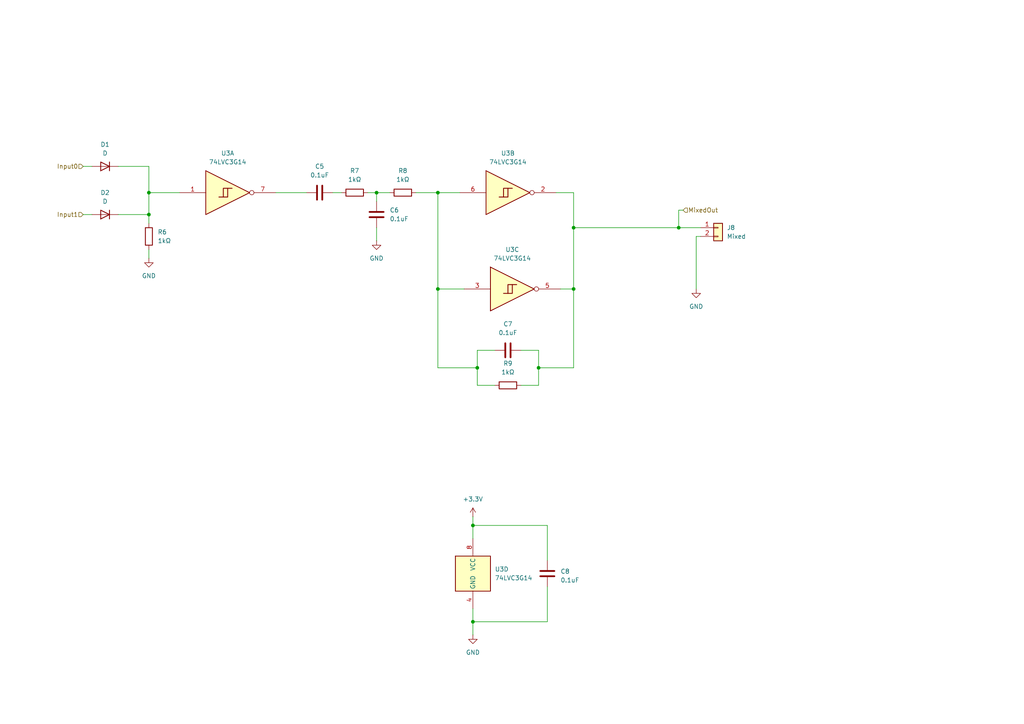
<source format=kicad_sch>
(kicad_sch (version 20250114) (generator "eeschema") (generator_version "9.0")
  (paper "A4")
  (lib_symbols
    (symbol "74xGxx:74LVC3G14"
      (property "Reference" "U" (at -2.54 7.62 0))
      (property "Value" "74LVC3G14" (at 2.54 -7.62 0))
      (symbol "74LVC3G14_1_1"
        (polyline (pts (xy -7.62 6.35) (xy -7.62 -6.35) (xy 5.08 0) (xy -7.62 6.35)) (stroke (width 0.254)) (fill (type background)))
        (polyline (pts (xy -3.81 -1.27) (xy -2.54 -1.27) (xy -2.54 1.27) (xy 0 1.27)) (stroke (width 0.254)) (fill (type background)))
        (polyline (pts (xy -2.54 -1.27) (xy -1.27 -1.27) (xy -1.27 1.27)) (stroke (width 0.254)) (fill (type background)))
        (pin input line (at -15.24 0 0) (length 7.62) (name "~") (number "1"))
        (pin output inverted (at 12.7 0 180) (length 7.62) (name "~") (number "7"))
      )
      (symbol "74LVC3G14_2_1"
        (polyline (pts (xy -7.62 6.35) (xy -7.62 -6.35) (xy 5.08 0) (xy -7.62 6.35)) (stroke (width 0.254)) (fill (type background)))
        (polyline (pts (xy -3.81 -1.27) (xy -2.54 -1.27) (xy -2.54 1.27) (xy 0 1.27)) (stroke (width 0.254)) (fill (type background)))
        (polyline (pts (xy -2.54 -1.27) (xy -1.27 -1.27) (xy -1.27 1.27)) (stroke (width 0.254)) (fill (type background)))
        (pin input line (at -15.24 0 0) (length 7.62) (name "~") (number "6"))
        (pin output inverted (at 12.7 0 180) (length 7.62) (name "~") (number "2"))
      )
      (symbol "74LVC3G14_3_1"
        (polyline (pts (xy -7.62 6.35) (xy -7.62 -6.35) (xy 5.08 0) (xy -7.62 6.35)) (stroke (width 0.254)) (fill (type background)))
        (polyline (pts (xy -3.81 -1.27) (xy -2.54 -1.27) (xy -2.54 1.27) (xy 0 1.27)) (stroke (width 0.254)) (fill (type background)))
        (polyline (pts (xy -2.54 -1.27) (xy -1.27 -1.27) (xy -1.27 1.27)) (stroke (width 0.254)) (fill (type background)))
        (pin input line (at -15.24 0 0) (length 7.62) (name "~") (number "3"))
        (pin output inverted (at 12.7 0 180) (length 7.62) (name "~") (number "5"))
      )
      (symbol "74LVC3G14_4_0"
        (rectangle (start -5.08 -5.08) (end 5.08 5.08) (stroke (width 0.254)) (fill (type background)))
      )
      (symbol "74LVC3G14_4_1"
        (pin power_in line (at 0 10.16 270) (length 5.08) (name "VCC") (number "8"))
        (pin power_in line (at 0 -10.16 90) (length 5.08) (name "GND") (number "4"))
      )
    )
    (symbol "Connector_Generic:Conn_01x02" (pin_names (offset 1.016) (hide yes))
      (property "Reference" "J" (at 0 2.54 0))
      (property "Value" "Conn_01x02" (at 0 -5.08 0))
      (symbol "Conn_01x02_1_1"
        (rectangle (start -1.27 1.27) (end 1.27 -3.81) (stroke (width 0.254)) (fill (type background)))
        (rectangle (start -1.27 0.127) (end 0 -0.127) (stroke (width 0.1524)))
        (rectangle (start -1.27 -2.413) (end 0 -2.667) (stroke (width 0.1524)))
        (pin passive line (at -5.08 0 0) (length 3.81) (name "Pin_1") (number "1"))
        (pin passive line (at -5.08 -2.54 0) (length 3.81) (name "Pin_2") (number "2"))
      )
    )
    (symbol "Device:C" (pin_numbers (hide yes)) (pin_names (offset 0.254))
      (property "Reference" "C" (at 0.635 2.54 0))
      (property "Value" "C" (at 0.635 -2.54 0))
      (symbol "C_0_1"
        (polyline (pts (xy -2.032 0.762) (xy 2.032 0.762)) (stroke (width 0.508)))
        (polyline (pts (xy -2.032 -0.762) (xy 2.032 -0.762)) (stroke (width 0.508)))
      )
      (symbol "C_1_1"
        (pin passive line (at 0 3.81 270) (length 2.794) (name "~") (number "1"))
        (pin passive line (at 0 -3.81 90) (length 2.794) (name "~") (number "2"))
      )
    )
    (symbol "Device:D" (pin_numbers (hide yes)) (pin_names (offset 1.016) (hide yes))
      (property "Reference" "D" (at 0 2.54 0))
      (property "Value" "D" (at 0 -2.54 0))
      (symbol "D_0_1"
        (polyline (pts (xy -1.27 1.27) (xy -1.27 -1.27)) (stroke (width 0.254)))
        (polyline (pts (xy 1.27 1.27) (xy 1.27 -1.27) (xy -1.27 0) (xy 1.27 1.27)) (stroke (width 0.254)))
        (polyline (pts (xy 1.27 0) (xy -1.27 0)))
      )
      (symbol "D_1_1"
        (pin passive line (at -3.81 0 0) (length 2.54) (name "K") (number "1"))
        (pin passive line (at 3.81 0 180) (length 2.54) (name "A") (number "2"))
      )
    )
    (symbol "Device:R" (pin_numbers (hide yes)) (pin_names (offset 0))
      (property "Reference" "R" (at 2.032 0 90))
      (property "Value" "R" (at 0 0 90))
      (symbol "R_0_1"
        (rectangle (start -1.016 -2.54) (end 1.016 2.54) (stroke (width 0.254)))
      )
      (symbol "R_1_1"
        (pin passive line (at 0 3.81 270) (length 1.27) (name "~") (number "1"))
        (pin passive line (at 0 -3.81 90) (length 1.27) (name "~") (number "2"))
      )
    )
    (symbol "power:+3.3V" (power) (pin_numbers (hide yes)) (pin_names (offset 0) (hide yes))
      (property "Value" "+3.3V" (at 0 3.556 0))
      (symbol "+3.3V_0_1"
        (polyline (pts (xy -0.762 1.27) (xy 0 2.54)))
        (polyline (pts (xy 0 2.54) (xy 0.762 1.27)))
        (polyline (pts (xy 0 0) (xy 0 2.54)))
      )
      (symbol "+3.3V_1_1"
        (pin power_in line (at 0 0 90) (length 0) (name "~") (number "1"))
      )
    )
    (symbol "power:GND" (power) (pin_numbers (hide yes)) (pin_names (offset 0) (hide yes))
      (property "Value" "GND" (at 0 -3.81 0))
      (symbol "GND_0_1"
        (polyline (pts (xy 0 0) (xy 0 -1.27) (xy 1.27 -1.27) (xy 0 -2.54) (xy -1.27 -1.27) (xy 0 -1.27)))
      )
      (symbol "GND_1_1"
        (pin power_in line (at 0 0 270) (length 0) (name "~") (number "1"))
      )
    )
  )
  (junction (at 196.85 66.04))
  (junction (at 137.16 152.4))
  (junction (at 109.22 55.88))
  (junction (at 43.18 55.88))
  (junction (at 138.43 106.68))
  (junction (at 43.18 62.23))
  (junction (at 156.21 106.68))
  (junction (at 137.16 180.34))
  (junction (at 127 55.88))
  (junction (at 127 83.82))
  (junction (at 166.37 66.04))
  (junction (at 166.37 83.82))
  (wire (pts (xy 162.56 83.82) (xy 166.37 83.82)))
  (wire (pts (xy 137.16 180.34) (xy 137.16 184.15)))
  (wire (pts (xy 24.13 62.23) (xy 26.67 62.23)))
  (wire (pts (xy 127 83.82) (xy 134.62 83.82)))
  (wire (pts (xy 166.37 55.88) (xy 166.37 66.04)))
  (wire (pts (xy 127 83.82) (xy 127 106.68)))
  (wire (pts (xy 156.21 111.76) (xy 151.13 111.76)))
  (wire (pts (xy 96.52 55.88) (xy 99.06 55.88)))
  (wire (pts (xy 158.75 152.4) (xy 158.75 162.56)))
  (wire (pts (xy 120.65 55.88) (xy 127 55.88)))
  (wire (pts (xy 109.22 55.88) (xy 109.22 58.42)))
  (wire (pts (xy 43.18 55.88) (xy 43.18 62.23)))
  (wire (pts (xy 201.93 68.58) (xy 203.2 68.58)))
  (wire (pts (xy 43.18 62.23) (xy 34.29 62.23)))
  (wire (pts (xy 137.16 152.4) (xy 137.16 156.21)))
  (wire (pts (xy 161.29 55.88) (xy 166.37 55.88)))
  (wire (pts (xy 80.01 55.88) (xy 88.9 55.88)))
  (wire (pts (xy 127 55.88) (xy 127 83.82)))
  (wire (pts (xy 138.43 106.68) (xy 138.43 101.6)))
  (wire (pts (xy 196.85 60.96) (xy 196.85 66.04)))
  (wire (pts (xy 34.29 48.26) (xy 43.18 48.26)))
  (wire (pts (xy 138.43 111.76) (xy 138.43 106.68)))
  (wire (pts (xy 138.43 101.6) (xy 143.51 101.6)))
  (wire (pts (xy 109.22 55.88) (xy 113.03 55.88)))
  (wire (pts (xy 109.22 66.04) (xy 109.22 69.85)))
  (wire (pts (xy 127 106.68) (xy 138.43 106.68)))
  (wire (pts (xy 127 55.88) (xy 133.35 55.88)))
  (wire (pts (xy 43.18 62.23) (xy 43.18 64.77)))
  (wire (pts (xy 137.16 180.34) (xy 137.16 176.53)))
  (wire (pts (xy 106.68 55.88) (xy 109.22 55.88)))
  (wire (pts (xy 158.75 170.18) (xy 158.75 180.34)))
  (wire (pts (xy 43.18 72.39) (xy 43.18 74.93)))
  (wire (pts (xy 143.51 111.76) (xy 138.43 111.76)))
  (wire (pts (xy 196.85 66.04) (xy 203.2 66.04)))
  (wire (pts (xy 151.13 101.6) (xy 156.21 101.6)))
  (wire (pts (xy 156.21 106.68) (xy 166.37 106.68)))
  (wire (pts (xy 137.16 152.4) (xy 158.75 152.4)))
  (wire (pts (xy 158.75 180.34) (xy 137.16 180.34)))
  (wire (pts (xy 166.37 83.82) (xy 166.37 66.04)))
  (wire (pts (xy 166.37 66.04) (xy 196.85 66.04)))
  (wire (pts (xy 156.21 101.6) (xy 156.21 106.68)))
  (wire (pts (xy 43.18 48.26) (xy 43.18 55.88)))
  (wire (pts (xy 137.16 149.86) (xy 137.16 152.4)))
  (wire (pts (xy 24.13 48.26) (xy 26.67 48.26)))
  (wire (pts (xy 201.93 68.58) (xy 201.93 83.82)))
  (wire (pts (xy 166.37 106.68) (xy 166.37 83.82)))
  (wire (pts (xy 198.12 60.96) (xy 196.85 60.96)))
  (wire (pts (xy 156.21 106.68) (xy 156.21 111.76)))
  (wire (pts (xy 43.18 55.88) (xy 52.07 55.88)))
  (hierarchical_label "MixedOut" (shape input) (at 198.12 60.96 0))
  (hierarchical_label "Input0" (shape input) (at 24.13 48.26 180))
  (hierarchical_label "Input1" (shape input) (at 24.13 62.23 180))
  (symbol (lib_id "power:GND") (at 109.22 69.85 0) (unit 1)
    (property "Reference" "#PWR010" (effects (hide yes)))
    (property "Value" "GND" (at 109.22 74.93 0))
    (property "Description" "Power symbol creates a global label with name \"GND\" , ground" (effects (hide yes)))
  )
  (symbol (lib_id "Device:R") (at 147.32 111.76 270) (unit 1)
    (property "Reference" "R9" (at 147.32 105.41 90))
    (property "Value" "1kΩ" (at 147.32 107.95 90))
    (property "Footprint" "Resistor_SMD:R_0805_2012Metric" (effects (hide yes)))
  )
  (symbol (lib_id "power:GND") (at 137.16 184.15 0) (unit 1)
    (property "Reference" "#PWR012" (effects (hide yes)))
    (property "Value" "GND" (at 137.16 189.23 0))
    (property "Description" "Power symbol creates a global label with name \"GND\" , ground" (effects (hide yes)))
  )
  (symbol (lib_id "Device:C") (at 109.22 62.23 180) (unit 1)
    (property "Reference" "C6" (at 113.03 60.9599 0) (effects (justify right)))
    (property "Value" "0.1uF" (at 113.03 63.4999 0) (effects (justify right)))
    (property "Footprint" "Capacitor_SMD:C_0805_2012Metric" (effects (hide yes)))
  )
  (symbol (lib_id "Device:C") (at 158.75 166.37 0) (unit 1)
    (property "Reference" "C8" (at 162.56 165.735 0) (effects (justify left)))
    (property "Value" "0.1uF" (at 162.56 168.275 0) (effects (justify left)))
    (property "Footprint" "Capacitor_SMD:C_0805_2012Metric" (effects (hide yes)))
  )
  (symbol (lib_id "Device:R") (at 102.87 55.88 270) (unit 1)
    (property "Reference" "R7" (at 102.87 49.53 90))
    (property "Value" "1kΩ" (at 102.87 52.07 90))
    (property "Footprint" "Resistor_SMD:R_0805_2012Metric" (effects (hide yes)))
  )
  (symbol (lib_id "74xGxx:74LVC3G14") (at 148.59 55.88 0) (unit 2)
    (property "Reference" "U3" (at 147.32 44.45 0))
    (property "Value" "74LVC3G14" (at 147.32 46.99 0))
    (property "Footprint" "Package_SO:VSSOP-8_2.3x2mm_P0.5mm" (effects (hide yes)))
    (property "Datasheet" "https://www.ti.com/lit/ds/symlink/sn74lvc3g14.pdf" (effects (hide yes)))
    (property "Description" "Triple NOT Gate Schmitt, Low-Voltage CMOS" (effects (hide yes)))
  )
  (symbol (lib_id "power:GND") (at 201.93 83.82 0) (unit 1)
    (property "Reference" "#PWR013" (effects (hide yes)))
    (property "Value" "GND" (at 201.93 88.9 0))
    (property "Description" "Power symbol creates a global label with name \"GND\" , ground" (effects (hide yes)))
  )
  (symbol (lib_id "74xGxx:74LVC3G14") (at 67.31 55.88 0) (unit 1)
    (property "Reference" "U3" (at 66.04 44.45 0))
    (property "Value" "74LVC3G14" (at 66.04 46.99 0))
    (property "Footprint" "Package_SO:VSSOP-8_2.3x2mm_P0.5mm" (effects (hide yes)))
    (property "Datasheet" "https://www.ti.com/lit/ds/symlink/sn74lvc3g14.pdf" (effects (hide yes)))
    (property "Description" "Triple NOT Gate Schmitt, Low-Voltage CMOS" (effects (hide yes)))
  )
  (symbol (lib_id "Device:R") (at 43.18 68.58 180) (unit 1)
    (property "Reference" "R6" (at 45.72 67.3099 0) (effects (justify right)))
    (property "Value" "1kΩ" (at 45.72 69.8499 0) (effects (justify right)))
    (property "Footprint" "Resistor_SMD:R_0805_2012Metric" (effects (hide yes)))
  )
  (symbol (lib_id "Device:C") (at 92.71 55.88 90) (unit 1)
    (property "Reference" "C5" (at 92.71 48.26 90))
    (property "Value" "0.1uF" (at 92.71 50.8 90))
    (property "Footprint" "Capacitor_SMD:C_0805_2012Metric" (effects (hide yes)))
  )
  (symbol (lib_id "power:+3.3V") (at 137.16 149.86 0) (unit 1)
    (property "Reference" "#PWR011" (effects (hide yes)))
    (property "Value" "+3.3V" (at 137.16 144.78 0))
    (property "Description" "Power symbol creates a global label with name \"+3.3V\"" (effects (hide yes)))
  )
  (symbol (lib_id "Device:D") (at 30.48 48.26 180) (unit 1)
    (property "Reference" "D1" (at 30.48 41.91 0))
    (property "Value" "D" (at 30.48 44.45 0))
    (property "Footprint" "Diode_SMD:D_SOD-523" (effects (hide yes)))
    (property "Description" "Diode" (effects (hide yes)))
    (property "Sim.Device" "D" (effects (hide yes)))
    (property "Sim.Pins" "1=K 2=A" (effects (hide yes)))
  )
  (symbol (lib_id "Device:R") (at 116.84 55.88 270) (unit 1)
    (property "Reference" "R8" (at 116.84 49.53 90))
    (property "Value" "1kΩ" (at 116.84 52.07 90))
    (property "Footprint" "Resistor_SMD:R_0805_2012Metric" (effects (hide yes)))
  )
  (symbol (lib_id "74xGxx:74LVC3G14") (at 137.16 166.37 0) (unit 4)
    (property "Reference" "U3" (at 143.51 165.0999 0) (effects (justify left)))
    (property "Value" "74LVC3G14" (at 143.51 167.6399 0) (effects (justify left)))
    (property "Footprint" "Package_SO:VSSOP-8_2.3x2mm_P0.5mm" (effects (hide yes)))
    (property "Datasheet" "https://www.ti.com/lit/ds/symlink/sn74lvc3g14.pdf" (effects (hide yes)))
    (property "Description" "Triple NOT Gate Schmitt, Low-Voltage CMOS" (effects (hide yes)))
  )
  (symbol (lib_id "Device:D") (at 30.48 62.23 180) (unit 1)
    (property "Reference" "D2" (at 30.48 55.88 0))
    (property "Value" "D" (at 30.48 58.42 0))
    (property "Footprint" "Diode_SMD:D_SOD-523" (effects (hide yes)))
    (property "Description" "Diode" (effects (hide yes)))
    (property "Sim.Device" "D" (effects (hide yes)))
    (property "Sim.Pins" "1=K 2=A" (effects (hide yes)))
  )
  (symbol (lib_id "power:GND") (at 43.18 74.93 0) (unit 1)
    (property "Reference" "#PWR09" (effects (hide yes)))
    (property "Value" "GND" (at 43.18 80.01 0))
    (property "Description" "Power symbol creates a global label with name \"GND\" , ground" (effects (hide yes)))
  )
  (symbol (lib_id "Device:C") (at 147.32 101.6 90) (unit 1)
    (property "Reference" "C7" (at 147.32 93.98 90))
    (property "Value" "0.1uF" (at 147.32 96.52 90))
    (property "Footprint" "Capacitor_SMD:C_0805_2012Metric" (effects (hide yes)))
  )
  (symbol (lib_id "Connector_Generic:Conn_01x02") (at 208.28 66.04 0) (unit 1)
    (property "Reference" "J8" (at 210.82 66.0399 0) (effects (justify left)))
    (property "Value" "Mixed" (at 210.82 68.5799 0) (effects (justify left)))
    (property "Description" "Generic connector, single row, 01x02, script generated (kicad-library-utils/schlib/autogen/connector/)" (effects (hide yes)))
  )
  (symbol (lib_id "74xGxx:74LVC3G14") (at 149.86 83.82 0) (unit 3)
    (property "Reference" "U3" (at 148.59 72.39 0))
    (property "Value" "74LVC3G14" (at 148.59 74.93 0))
    (property "Footprint" "Package_SO:VSSOP-8_2.3x2mm_P0.5mm" (effects (hide yes)))
    (property "Datasheet" "https://www.ti.com/lit/ds/symlink/sn74lvc3g14.pdf" (effects (hide yes)))
    (property "Description" "Triple NOT Gate Schmitt, Low-Voltage CMOS" (effects (hide yes)))
  )
)
</source>
